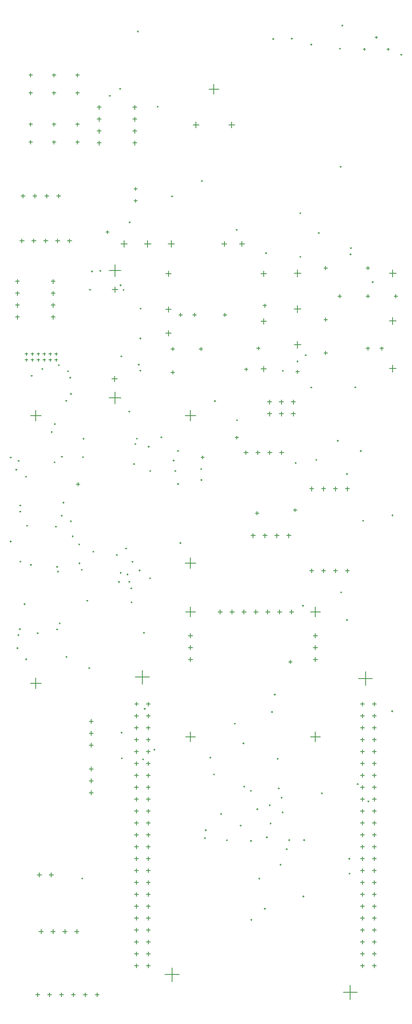
<source format=gbr>
G04 Layer_Color=128*
%FSLAX26Y26*%
%MOIN*%
%TF.FileFunction,Drillmap*%
%TF.Part,Single*%
G01*
G75*
%TA.AperFunction,NonConductor*%
%ADD195C,0.005000*%
D195*
X1792284Y870000D02*
X1827716Y870000D01*
X1810000Y852284D02*
X1810000Y887716D01*
X1892284Y870000D02*
X1927716Y870000D01*
X1910000Y852284D02*
X1910000Y887716D01*
X1992284Y870000D02*
X2027716Y870000D01*
X2010000Y852284D02*
X2010000Y887716D01*
X2092284Y870000D02*
X2127716Y870000D01*
X2110000Y852284D02*
X2110000Y887716D01*
X2292284Y870000D02*
X2327716Y870000D01*
X2310000Y852284D02*
X2310000Y887716D01*
X2392284Y870000D02*
X2427716Y870000D01*
X2410000Y852284D02*
X2410000Y887716D01*
X2192284Y870000D02*
X2227716Y870000D01*
X2210000Y852284D02*
X2210000Y887716D01*
X707284Y-450000D02*
X742716Y-450000D01*
X725000Y-467716D02*
X725000Y-432284D01*
X707284Y-550000D02*
X742716Y-550000D01*
X725000Y-567716D02*
X725000Y-532284D01*
X707284Y-650000D02*
X742716Y-650000D01*
X725000Y-667716D02*
X725000Y-632284D01*
X707284Y-50000D02*
X742716Y-50000D01*
X725000Y-67716D02*
X725000Y-32283D01*
X707284Y-150000D02*
X742716Y-150000D01*
X725000Y-167716D02*
X725000Y-132284D01*
X707284Y-250000D02*
X742716Y-250000D01*
X725000Y-267716D02*
X725000Y-232284D01*
X272286Y-1340000D02*
X307719Y-1340000D01*
X290002Y-1357716D02*
X290002Y-1322284D01*
X372286Y-1340000D02*
X407719Y-1340000D01*
X390002Y-1357716D02*
X390002Y-1322284D01*
X1542284Y670000D02*
X1577716Y670000D01*
X1560000Y652284D02*
X1560000Y687716D01*
X1542284Y570000D02*
X1577716Y570000D01*
X1560000Y552284D02*
X1560000Y587716D01*
X1542284Y470000D02*
X1577716Y470000D01*
X1560000Y452284D02*
X1560000Y487716D01*
X2592284Y670000D02*
X2627716Y670000D01*
X2610000Y652284D02*
X2610000Y687716D01*
X2592284Y570000D02*
X2627716Y570000D01*
X2610000Y552284D02*
X2610000Y587716D01*
X2592284Y470000D02*
X2627716Y470000D01*
X2610000Y452284D02*
X2610000Y487716D01*
X1517500Y870000D02*
X1602500Y870000D01*
X1560000Y827500D02*
X1560000Y912500D01*
X2567500Y-180000D02*
X2652500Y-180000D01*
X2610000Y-222500D02*
X2610000Y-137500D01*
X2567500Y870000D02*
X2652500Y870000D01*
X2610000Y827500D02*
X2610000Y912500D01*
X1517500Y-180000D02*
X1602500Y-180000D01*
X1560000Y-222500D02*
X1560000Y-137500D01*
X215000Y2520000D02*
X305000Y2520000D01*
X260000Y2475000D02*
X260000Y2565000D01*
X1515000Y2520000D02*
X1605000Y2520000D01*
X1560000Y2475000D02*
X1560000Y2565000D01*
X215000Y270000D02*
X305000Y270000D01*
X260000Y225000D02*
X260000Y315000D01*
X1515000Y1280000D02*
X1605000Y1280000D01*
X1560000Y1235000D02*
X1560000Y1325000D01*
X2843561Y-2327984D02*
X2961671Y-2327984D01*
X2902616Y-2387039D02*
X2902616Y-2268929D01*
X1346615Y-2179410D02*
X1464725Y-2179410D01*
X1405670Y-2238465D02*
X1405670Y-2120355D01*
X1096615Y320590D02*
X1214725Y320590D01*
X1155670Y261535D02*
X1155670Y379645D01*
X2971513Y309810D02*
X3089623Y309810D01*
X3030568Y250755D02*
X3030568Y368865D01*
X1370527Y3963748D02*
X1425645Y3963748D01*
X1398086Y3936189D02*
X1398086Y3991307D01*
X1971708Y3963748D02*
X2015015Y3963748D01*
X1993362Y3942095D02*
X1993362Y3985401D01*
X1822890Y3963748D02*
X1866197Y3963748D01*
X1844544Y3942095D02*
X1844544Y3985401D01*
X973677Y3963748D02*
X1028795Y3963748D01*
X1001236Y3936189D02*
X1001236Y3991307D01*
X1172103Y3963748D02*
X1227221Y3963748D01*
X1199662Y3936189D02*
X1199662Y3991307D01*
X1396394Y2883550D02*
X1426394Y2883550D01*
X1411394Y2868550D02*
X1411394Y2898550D01*
X1396394Y3080402D02*
X1426394Y3080402D01*
X1411394Y3065402D02*
X1411394Y3095402D01*
X1632614Y3080402D02*
X1662614Y3080402D01*
X1647614Y3065402D02*
X1647614Y3095402D01*
X1578560Y3365992D02*
X1608560Y3365992D01*
X1593560Y3350992D02*
X1593560Y3380992D01*
X1460450Y3365992D02*
X1490450Y3365992D01*
X1475450Y3350992D02*
X1475450Y3380992D01*
X1834464Y3365992D02*
X1864464Y3365992D01*
X1849464Y3350992D02*
X1849464Y3380992D01*
X2169110Y3444732D02*
X2199110Y3444732D01*
X2184110Y3429732D02*
X2184110Y3459732D01*
X2680922Y3759692D02*
X2710922Y3759692D01*
X2695922Y3744692D02*
X2695922Y3774692D01*
X3035252Y3759692D02*
X3065252Y3759692D01*
X3050252Y3744692D02*
X3050252Y3774692D01*
X3271472Y3523472D02*
X3301472Y3523472D01*
X3286472Y3508472D02*
X3286472Y3538472D01*
X3035252Y3523472D02*
X3065252Y3523472D01*
X3050252Y3508472D02*
X3050252Y3538472D01*
X2799032Y3523472D02*
X2829032Y3523472D01*
X2814032Y3508472D02*
X2814032Y3538472D01*
X2680922Y3326622D02*
X2710922Y3326622D01*
X2695922Y3311622D02*
X2695922Y3341622D01*
X2444702Y2888550D02*
X2474702Y2888550D01*
X2459702Y2873550D02*
X2459702Y2903550D01*
X2680922Y3046032D02*
X2710922Y3046032D01*
X2695922Y3031032D02*
X2695922Y3061032D01*
X3035252Y3085402D02*
X3065252Y3085402D01*
X3050252Y3070402D02*
X3050252Y3100402D01*
X3153364Y3085402D02*
X3183364Y3085402D01*
X3168364Y3070402D02*
X3168364Y3100402D01*
X256943Y-2347670D02*
X292377Y-2347670D01*
X274660Y-2365387D02*
X274660Y-2329954D01*
X356943Y-2347670D02*
X392377Y-2347670D01*
X374660Y-2365387D02*
X374660Y-2329954D01*
X456943Y-2347670D02*
X492377Y-2347670D01*
X474660Y-2365387D02*
X474660Y-2329954D01*
X556943Y-2347670D02*
X592376Y-2347670D01*
X574660Y-2365387D02*
X574660Y-2329954D01*
X656943Y-2347670D02*
X692376Y-2347670D01*
X674660Y-2365387D02*
X674660Y-2329954D01*
X756943Y-2347670D02*
X792376Y-2347670D01*
X774660Y-2365387D02*
X774660Y-2329954D01*
X1085685Y4424770D02*
X1113244Y4424770D01*
X1099464Y4410990D02*
X1099464Y4438550D01*
X1085685Y4324770D02*
X1113244Y4324770D01*
X1099464Y4310990D02*
X1099464Y4338550D01*
X774269Y5111386D02*
X809702Y5111386D01*
X791986Y5093669D02*
X791986Y5129102D01*
X774269Y5011386D02*
X809702Y5011386D01*
X791986Y4993669D02*
X791986Y5029102D01*
X774269Y4911386D02*
X809702Y4911386D01*
X791986Y4893669D02*
X791986Y4929102D01*
X774269Y4811386D02*
X809702Y4811386D01*
X791986Y4793669D02*
X791986Y4829102D01*
X1074270Y5111386D02*
X1109703Y5111386D01*
X1091986Y5093669D02*
X1091986Y5129102D01*
X1074270Y5011386D02*
X1109703Y5011386D01*
X1091986Y4993669D02*
X1091986Y5029102D01*
X1074270Y4911386D02*
X1109703Y4911386D01*
X1091986Y4893669D02*
X1091986Y4929102D01*
X1074270Y4811386D02*
X1109703Y4811386D01*
X1091986Y4793669D02*
X1091986Y4829102D01*
X87263Y3648196D02*
X122697Y3648196D01*
X104980Y3630479D02*
X104980Y3665912D01*
X87263Y3548196D02*
X122697Y3548196D01*
X104980Y3530479D02*
X104980Y3565912D01*
X87263Y3448196D02*
X122697Y3448196D01*
X104980Y3430479D02*
X104980Y3465912D01*
X87263Y3348196D02*
X122697Y3348196D01*
X104980Y3330479D02*
X104980Y3365912D01*
X387264Y3648196D02*
X422697Y3648196D01*
X404980Y3630479D02*
X404980Y3665912D01*
X387264Y3548196D02*
X422697Y3548196D01*
X404980Y3530479D02*
X404980Y3565912D01*
X387264Y3448196D02*
X422697Y3448196D01*
X404980Y3430479D02*
X404980Y3465912D01*
X387264Y3348196D02*
X422697Y3348196D01*
X404980Y3330479D02*
X404980Y3365912D01*
X3230175Y3715322D02*
X3289229Y3715322D01*
X3259702Y3685794D02*
X3259702Y3744849D01*
X3230175Y3315322D02*
X3289229Y3315322D01*
X3259702Y3285794D02*
X3259702Y3344849D01*
X3230175Y2915322D02*
X3289229Y2915322D01*
X3259702Y2885794D02*
X3259702Y2944849D01*
X2430175Y3715322D02*
X2489229Y3715322D01*
X2459702Y3685794D02*
X2459702Y3744849D01*
X2430175Y3115322D02*
X2489229Y3115322D01*
X2459702Y3085794D02*
X2459702Y3144849D01*
X2430175Y3415322D02*
X2489229Y3415322D01*
X2459702Y3385794D02*
X2459702Y3444849D01*
X594308Y4817684D02*
X624308Y4817684D01*
X609308Y4802684D02*
X609308Y4832684D01*
X594308Y4967290D02*
X624308Y4967290D01*
X609308Y4952290D02*
X609308Y4982290D01*
X397458Y4817684D02*
X427458Y4817684D01*
X412458Y4802684D02*
X412458Y4832684D01*
X397458Y4967290D02*
X427458Y4967290D01*
X412458Y4952290D02*
X412458Y4982290D01*
X397458Y5231070D02*
X427458Y5231070D01*
X412458Y5216070D02*
X412458Y5246070D01*
X397458Y5380676D02*
X427458Y5380676D01*
X412458Y5365676D02*
X412458Y5395676D01*
X200608Y4817684D02*
X230608Y4817684D01*
X215608Y4802684D02*
X215608Y4832684D01*
X200608Y4967290D02*
X230608Y4967290D01*
X215608Y4952290D02*
X215608Y4982290D01*
X200608Y5231070D02*
X230608Y5231070D01*
X215608Y5216070D02*
X215608Y5246070D01*
X200608Y5380676D02*
X230608Y5380676D01*
X215608Y5365676D02*
X215608Y5395676D01*
X594308Y5231070D02*
X624308Y5231070D01*
X609308Y5216070D02*
X609308Y5246070D01*
X594308Y5380676D02*
X624308Y5380676D01*
X609308Y5365676D02*
X609308Y5395676D01*
X1581300Y4963590D02*
X1631300Y4963590D01*
X1606300Y4938590D02*
X1606300Y4988590D01*
X1881300Y4963590D02*
X1931300Y4963590D01*
X1906300Y4938590D02*
X1906300Y4988590D01*
X1715300Y5263590D02*
X1797300Y5263590D01*
X1756300Y5222590D02*
X1756300Y5304590D01*
X225648Y3988748D02*
X261080Y3988748D01*
X243364Y3971032D02*
X243364Y4006465D01*
X325647Y3988748D02*
X361080Y3988748D01*
X343364Y3971032D02*
X343364Y4006465D01*
X425647Y3988748D02*
X461080Y3988748D01*
X443364Y3971032D02*
X443364Y4006465D01*
X525648Y3988748D02*
X561081Y3988748D01*
X543364Y3971032D02*
X543364Y4006465D01*
X125647Y3988748D02*
X161081Y3988748D01*
X143364Y3971032D02*
X143364Y4006465D01*
X2860095Y1215322D02*
X2895528Y1215322D01*
X2877812Y1197605D02*
X2877812Y1233039D01*
X2760095Y1215322D02*
X2795528Y1215322D01*
X2777812Y1197605D02*
X2777812Y1233039D01*
X2660095Y1215322D02*
X2695528Y1215322D01*
X2677812Y1197605D02*
X2677812Y1233039D01*
X2560095Y1215322D02*
X2595528Y1215322D01*
X2577812Y1197605D02*
X2577812Y1233039D01*
X285884Y-1817158D02*
X321317Y-1817158D01*
X303600Y-1834874D02*
X303600Y-1799441D01*
X385884Y-1817158D02*
X421317Y-1817158D01*
X403600Y-1834874D02*
X403600Y-1799441D01*
X485884Y-1817158D02*
X521317Y-1817158D01*
X503600Y-1834874D02*
X503600Y-1799441D01*
X585884Y-1817158D02*
X621317Y-1817158D01*
X603600Y-1834874D02*
X603600Y-1799441D01*
X134112Y4364928D02*
X169544Y4364928D01*
X151828Y4347212D02*
X151828Y4382645D01*
X234112Y4364928D02*
X269545Y4364928D01*
X251828Y4347212D02*
X251828Y4382645D01*
X334111Y4364928D02*
X369545Y4364928D01*
X351828Y4347212D02*
X351828Y4382645D01*
X434111Y4364928D02*
X469545Y4364928D01*
X451828Y4347212D02*
X451828Y4382645D01*
X2860095Y1904298D02*
X2895528Y1904298D01*
X2877812Y1886582D02*
X2877812Y1922014D01*
X2760095Y1904298D02*
X2795528Y1904298D01*
X2777812Y1886582D02*
X2777812Y1922014D01*
X2660095Y1904298D02*
X2695528Y1904298D01*
X2677812Y1886582D02*
X2677812Y1922014D01*
X2560095Y1904298D02*
X2595528Y1904298D01*
X2577812Y1886582D02*
X2577812Y1922014D01*
X2308914Y2209416D02*
X2344347Y2209416D01*
X2326630Y2191700D02*
X2326630Y2227133D01*
X2208914Y2209416D02*
X2244347Y2209416D01*
X2226630Y2191700D02*
X2226630Y2227133D01*
X2108914Y2209416D02*
X2144347Y2209416D01*
X2126630Y2191700D02*
X2126630Y2227133D01*
X2008914Y2209416D02*
X2044347Y2209416D01*
X2026630Y2191700D02*
X2026630Y2227133D01*
X2367970Y1510598D02*
X2403403Y1510598D01*
X2385686Y1492881D02*
X2385686Y1528314D01*
X2267970Y1510598D02*
X2303403Y1510598D01*
X2285686Y1492881D02*
X2285686Y1528314D01*
X2167970Y1510598D02*
X2203403Y1510598D01*
X2185686Y1492881D02*
X2185686Y1528314D01*
X2067970Y1510598D02*
X2103403Y1510598D01*
X2085686Y1492881D02*
X2085686Y1528314D01*
X3011300Y5597590D02*
X3031300Y5597590D01*
X3021300Y5587590D02*
X3021300Y5607590D01*
X3211300Y5597590D02*
X3231300Y5597590D01*
X3221300Y5587590D02*
X3221300Y5607590D01*
X3111300Y5697590D02*
X3131300Y5697590D01*
X3121300Y5687590D02*
X3121300Y5707590D01*
X2205765Y2634220D02*
X2241198Y2634220D01*
X2223482Y2616503D02*
X2223482Y2651936D01*
X2305765Y2634220D02*
X2341198Y2634220D01*
X2323482Y2616503D02*
X2323482Y2651936D01*
X2405765Y2634220D02*
X2441198Y2634220D01*
X2423482Y2616503D02*
X2423482Y2651936D01*
X2405765Y2534220D02*
X2441198Y2534220D01*
X2423482Y2516503D02*
X2423482Y2551936D01*
X2305765Y2534220D02*
X2341198Y2534220D01*
X2323482Y2516503D02*
X2323482Y2551936D01*
X2205765Y2534220D02*
X2241198Y2534220D01*
X2223482Y2516503D02*
X2223482Y2551936D01*
X2150646Y2911780D02*
X2197890Y2911780D01*
X2174268Y2888158D02*
X2174268Y2935402D01*
X2150646Y3711780D02*
X2197890Y3711780D01*
X2174268Y3688158D02*
X2174268Y3735402D01*
X1350646Y3211780D02*
X1397890Y3211780D01*
X1374268Y3188158D02*
X1374268Y3235402D01*
X1350646Y3411780D02*
X1397890Y3411780D01*
X1374268Y3388158D02*
X1374268Y3435402D01*
X1350646Y3711780D02*
X1397890Y3711780D01*
X1374268Y3688158D02*
X1374268Y3735402D01*
X2150646Y3311780D02*
X2197890Y3311780D01*
X2174268Y3288158D02*
X2174268Y3335402D01*
X899168Y2829212D02*
X946168Y2829212D01*
X922668Y2805712D02*
X922668Y2852712D01*
X900768Y3577812D02*
X947768Y3577812D01*
X924268Y3554312D02*
X924268Y3601312D01*
X874268Y3739712D02*
X974268Y3739712D01*
X924268Y3689712D02*
X924268Y3789712D01*
X874268Y2667312D02*
X974268Y2667312D01*
X924268Y2617312D02*
X924268Y2717312D01*
X419788Y3038158D02*
X442056Y3038158D01*
X430922Y3027024D02*
X430922Y3049292D01*
X369788Y3038158D02*
X392056Y3038158D01*
X380922Y3027024D02*
X380922Y3049292D01*
X319788Y3038158D02*
X342056Y3038158D01*
X330922Y3027024D02*
X330922Y3049292D01*
X269788Y3038158D02*
X292056Y3038158D01*
X280922Y3027024D02*
X280922Y3049292D01*
X219788Y3038158D02*
X242056Y3038158D01*
X230922Y3027024D02*
X230922Y3049292D01*
X169788Y3038158D02*
X192056Y3038158D01*
X180922Y3027024D02*
X180922Y3049292D01*
X419788Y2988158D02*
X442056Y2988158D01*
X430922Y2977024D02*
X430922Y2999292D01*
X319788Y2988158D02*
X342056Y2988158D01*
X330922Y2977024D02*
X330922Y2999292D01*
X169788Y2988158D02*
X192056Y2988158D01*
X180922Y2977024D02*
X180922Y2999292D01*
X269788Y2988158D02*
X292056Y2988158D01*
X280922Y2977024D02*
X280922Y2999292D01*
X219788Y2988158D02*
X242056Y2988158D01*
X230922Y2977024D02*
X230922Y2999292D01*
X369788Y2988158D02*
X392056Y2988158D01*
X380922Y2977024D02*
X380922Y2999292D01*
X1090670Y95590D02*
X1120670Y95590D01*
X1105670Y80590D02*
X1105670Y110590D01*
X2989922Y-2104410D02*
X3021418Y-2104410D01*
X3005670Y-2120158D02*
X3005670Y-2088662D01*
X2989922Y-2004410D02*
X3021418Y-2004410D01*
X3005670Y-2020158D02*
X3005670Y-1988662D01*
X2989922Y-1904410D02*
X3021418Y-1904410D01*
X3005670Y-1920158D02*
X3005670Y-1888662D01*
X2989922Y-1804410D02*
X3021418Y-1804410D01*
X3005670Y-1820158D02*
X3005670Y-1788662D01*
X2989922Y-1704410D02*
X3021418Y-1704410D01*
X3005670Y-1720158D02*
X3005670Y-1688662D01*
X2989922Y-1604410D02*
X3021418Y-1604410D01*
X3005670Y-1620158D02*
X3005670Y-1588662D01*
X2989922Y-1504410D02*
X3021418Y-1504410D01*
X3005670Y-1520158D02*
X3005670Y-1488662D01*
X2989922Y-1404410D02*
X3021418Y-1404410D01*
X3005670Y-1420158D02*
X3005670Y-1388662D01*
X2989922Y-1304410D02*
X3021418Y-1304410D01*
X3005670Y-1320158D02*
X3005670Y-1288662D01*
X2989922Y-1204410D02*
X3021418Y-1204410D01*
X3005670Y-1220158D02*
X3005670Y-1188662D01*
X2989922Y-1104410D02*
X3021418Y-1104410D01*
X3005670Y-1120158D02*
X3005670Y-1088662D01*
X2989922Y-1004410D02*
X3021418Y-1004410D01*
X3005670Y-1020158D02*
X3005670Y-988662D01*
X2989922Y-904410D02*
X3021418Y-904410D01*
X3005670Y-920158D02*
X3005670Y-888662D01*
X2989922Y-804410D02*
X3021418Y-804410D01*
X3005670Y-820158D02*
X3005670Y-788662D01*
X2989922Y-704410D02*
X3021418Y-704410D01*
X3005670Y-720158D02*
X3005670Y-688662D01*
X2989922Y-604410D02*
X3021418Y-604410D01*
X3005670Y-620158D02*
X3005670Y-588662D01*
X2989922Y-504410D02*
X3021418Y-504410D01*
X3005670Y-520158D02*
X3005670Y-488662D01*
X2989922Y-404410D02*
X3021418Y-404410D01*
X3005670Y-420158D02*
X3005670Y-388662D01*
X2989922Y-304410D02*
X3021418Y-304410D01*
X3005670Y-320158D02*
X3005670Y-288662D01*
X2989922Y-204410D02*
X3021418Y-204410D01*
X3005670Y-220158D02*
X3005670Y-188662D01*
X2989922Y-104410D02*
X3021418Y-104410D01*
X3005670Y-120158D02*
X3005670Y-88662D01*
X2989922Y-4410D02*
X3021418Y-4410D01*
X3005670Y-20158D02*
X3005670Y11338D01*
X3089922Y-2104410D02*
X3121418Y-2104410D01*
X3105670Y-2120158D02*
X3105670Y-2088662D01*
X3089922Y-2004410D02*
X3121418Y-2004410D01*
X3105670Y-2020158D02*
X3105670Y-1988662D01*
X3089922Y-1904410D02*
X3121418Y-1904410D01*
X3105670Y-1920158D02*
X3105670Y-1888662D01*
X3089922Y-1804410D02*
X3121418Y-1804410D01*
X3105670Y-1820158D02*
X3105670Y-1788662D01*
X3089922Y-1704410D02*
X3121418Y-1704410D01*
X3105670Y-1720158D02*
X3105670Y-1688662D01*
X3089922Y-1604410D02*
X3121418Y-1604410D01*
X3105670Y-1620158D02*
X3105670Y-1588662D01*
X3089922Y-1504410D02*
X3121418Y-1504410D01*
X3105670Y-1520158D02*
X3105670Y-1488662D01*
X3089922Y-1404410D02*
X3121418Y-1404410D01*
X3105670Y-1420158D02*
X3105670Y-1388662D01*
X3089922Y-1304410D02*
X3121418Y-1304410D01*
X3105670Y-1320158D02*
X3105670Y-1288662D01*
X3089922Y-1204410D02*
X3121418Y-1204410D01*
X3105670Y-1220158D02*
X3105670Y-1188662D01*
X3089922Y-1104410D02*
X3121418Y-1104410D01*
X3105670Y-1120158D02*
X3105670Y-1088662D01*
X3089922Y-1004410D02*
X3121418Y-1004410D01*
X3105670Y-1020158D02*
X3105670Y-988662D01*
X3089922Y-904410D02*
X3121418Y-904410D01*
X3105670Y-920158D02*
X3105670Y-888662D01*
X3089922Y-804410D02*
X3121418Y-804410D01*
X3105670Y-820158D02*
X3105670Y-788662D01*
X3089922Y-704410D02*
X3121418Y-704410D01*
X3105670Y-720158D02*
X3105670Y-688662D01*
X3089922Y-604410D02*
X3121418Y-604410D01*
X3105670Y-620158D02*
X3105670Y-588662D01*
X3089922Y-504410D02*
X3121418Y-504410D01*
X3105670Y-520158D02*
X3105670Y-488662D01*
X3089922Y-404410D02*
X3121418Y-404410D01*
X3105670Y-420158D02*
X3105670Y-388662D01*
X3089922Y-304410D02*
X3121418Y-304410D01*
X3105670Y-320158D02*
X3105670Y-288662D01*
X3089922Y-204410D02*
X3121418Y-204410D01*
X3105670Y-220158D02*
X3105670Y-188662D01*
X3089922Y-104410D02*
X3121418Y-104410D01*
X3105670Y-120158D02*
X3105670Y-88662D01*
X3089922Y-4410D02*
X3121418Y-4410D01*
X3105670Y-20158D02*
X3105670Y11338D01*
X3089922Y95590D02*
X3121418Y95590D01*
X3105670Y79842D02*
X3105670Y111338D01*
X2989922Y95590D02*
X3021418Y95590D01*
X3005670Y79842D02*
X3005670Y111338D01*
X1089922Y-2104410D02*
X1121418Y-2104410D01*
X1105670Y-2120158D02*
X1105670Y-2088662D01*
X1089922Y-2004410D02*
X1121418Y-2004410D01*
X1105670Y-2020158D02*
X1105670Y-1988662D01*
X1089922Y-1904410D02*
X1121418Y-1904410D01*
X1105670Y-1920158D02*
X1105670Y-1888662D01*
X1089922Y-1804410D02*
X1121418Y-1804410D01*
X1105670Y-1820158D02*
X1105670Y-1788662D01*
X1089922Y-1704410D02*
X1121418Y-1704410D01*
X1105670Y-1720158D02*
X1105670Y-1688662D01*
X1089922Y-1604410D02*
X1121418Y-1604410D01*
X1105670Y-1620158D02*
X1105670Y-1588662D01*
X1089922Y-1504410D02*
X1121418Y-1504410D01*
X1105670Y-1520158D02*
X1105670Y-1488662D01*
X1089922Y-1404410D02*
X1121418Y-1404410D01*
X1105670Y-1420158D02*
X1105670Y-1388662D01*
X1089922Y-1304410D02*
X1121418Y-1304410D01*
X1105670Y-1320158D02*
X1105670Y-1288662D01*
X1089922Y-1204410D02*
X1121418Y-1204410D01*
X1105670Y-1220158D02*
X1105670Y-1188662D01*
X1089922Y-1104410D02*
X1121418Y-1104410D01*
X1105670Y-1120158D02*
X1105670Y-1088662D01*
X1089922Y-1004410D02*
X1121418Y-1004410D01*
X1105670Y-1020158D02*
X1105670Y-988662D01*
X1089922Y-904410D02*
X1121418Y-904410D01*
X1105670Y-920158D02*
X1105670Y-888662D01*
X1089922Y-804410D02*
X1121418Y-804410D01*
X1105670Y-820158D02*
X1105670Y-788662D01*
X1089922Y-704410D02*
X1121418Y-704410D01*
X1105670Y-720158D02*
X1105670Y-688662D01*
X1089922Y-604410D02*
X1121418Y-604410D01*
X1105670Y-620158D02*
X1105670Y-588662D01*
X1089922Y-504410D02*
X1121418Y-504410D01*
X1105670Y-520158D02*
X1105670Y-488662D01*
X1089922Y-404410D02*
X1121418Y-404410D01*
X1105670Y-420158D02*
X1105670Y-388662D01*
X1089922Y-304410D02*
X1121418Y-304410D01*
X1105670Y-320158D02*
X1105670Y-288662D01*
X1089922Y-204410D02*
X1121418Y-204410D01*
X1105670Y-220158D02*
X1105670Y-188662D01*
X1089922Y-104410D02*
X1121418Y-104410D01*
X1105670Y-120158D02*
X1105670Y-88662D01*
X1089922Y-4410D02*
X1121418Y-4410D01*
X1105670Y-20158D02*
X1105670Y11338D01*
X1189922Y-2104410D02*
X1221418Y-2104410D01*
X1205670Y-2120158D02*
X1205670Y-2088662D01*
X1189922Y-2004410D02*
X1221418Y-2004410D01*
X1205670Y-2020158D02*
X1205670Y-1988662D01*
X1189922Y-1904410D02*
X1221418Y-1904410D01*
X1205670Y-1920158D02*
X1205670Y-1888662D01*
X1189922Y-1804410D02*
X1221418Y-1804410D01*
X1205670Y-1820158D02*
X1205670Y-1788662D01*
X1189922Y-1704410D02*
X1221418Y-1704410D01*
X1205670Y-1720158D02*
X1205670Y-1688662D01*
X1189922Y-1604410D02*
X1221418Y-1604410D01*
X1205670Y-1620158D02*
X1205670Y-1588662D01*
X1189922Y-1504410D02*
X1221418Y-1504410D01*
X1205670Y-1520158D02*
X1205670Y-1488662D01*
X1189922Y-1404410D02*
X1221418Y-1404410D01*
X1205670Y-1420158D02*
X1205670Y-1388662D01*
X1189922Y-1304410D02*
X1221418Y-1304410D01*
X1205670Y-1320158D02*
X1205670Y-1288662D01*
X1189922Y-1204410D02*
X1221418Y-1204410D01*
X1205670Y-1220158D02*
X1205670Y-1188662D01*
X1189922Y-1104410D02*
X1221418Y-1104410D01*
X1205670Y-1120158D02*
X1205670Y-1088662D01*
X1189922Y-1004410D02*
X1221418Y-1004410D01*
X1205670Y-1020158D02*
X1205670Y-988662D01*
X1189922Y-904410D02*
X1221418Y-904410D01*
X1205670Y-920158D02*
X1205670Y-888662D01*
X1189922Y-804410D02*
X1221418Y-804410D01*
X1205670Y-820158D02*
X1205670Y-788662D01*
X1189922Y-704410D02*
X1221418Y-704410D01*
X1205670Y-720158D02*
X1205670Y-688662D01*
X1189922Y-604410D02*
X1221418Y-604410D01*
X1205670Y-620158D02*
X1205670Y-588662D01*
X1189922Y-504410D02*
X1221418Y-504410D01*
X1205670Y-520158D02*
X1205670Y-488662D01*
X1189922Y-404410D02*
X1221418Y-404410D01*
X1205670Y-420158D02*
X1205670Y-388662D01*
X1189922Y-304410D02*
X1221418Y-304410D01*
X1205670Y-320158D02*
X1205670Y-288662D01*
X1189922Y-204410D02*
X1221418Y-204410D01*
X1205670Y-220158D02*
X1205670Y-188662D01*
X1189922Y-104410D02*
X1221418Y-104410D01*
X1205670Y-120158D02*
X1205670Y-88662D01*
X1189922Y-4410D02*
X1221418Y-4410D01*
X1205670Y-20158D02*
X1205670Y11338D01*
X1189922Y95590D02*
X1221418Y95590D01*
X1205670Y79842D02*
X1205670Y111338D01*
X703394Y397590D02*
X715206Y397590D01*
X709300Y391685D02*
X709300Y403495D01*
X1169395Y55590D02*
X1181206Y55590D01*
X1175300Y49684D02*
X1175300Y61495D01*
X974394Y-144410D02*
X986206Y-144410D01*
X980300Y-150315D02*
X980300Y-138505D01*
X2320394Y-691410D02*
X2332206Y-691410D01*
X2326300Y-697316D02*
X2326300Y-685505D01*
X2386000Y450000D02*
X2414000Y450000D01*
X2400000Y436000D02*
X2400000Y464000D01*
X1975395Y-925410D02*
X1987206Y-925410D01*
X1981300Y-931316D02*
X1981300Y-919505D01*
X644095Y-1370000D02*
X655905Y-1370000D01*
X650000Y-1375906D02*
X650000Y-1364094D01*
X2106000Y1700000D02*
X2134000Y1700000D01*
X2120000Y1686000D02*
X2120000Y1714000D01*
X2426000Y1725290D02*
X2454000Y1725290D01*
X2440000Y1711290D02*
X2440000Y1739290D01*
X1999764Y-234410D02*
X2011575Y-234410D01*
X2005670Y-240315D02*
X2005670Y-228505D01*
X1119395Y2949590D02*
X1131206Y2949590D01*
X1125300Y2943684D02*
X1125300Y2955495D01*
X2116459Y-787638D02*
X2128269Y-787638D01*
X2122364Y-793543D02*
X2122364Y-781732D01*
X1811458Y-827638D02*
X1823270Y-827638D01*
X1817364Y-833543D02*
X1817364Y-821732D01*
X2498977Y922362D02*
X2510787Y922362D01*
X2504882Y916457D02*
X2504882Y928268D01*
X1449764Y1945590D02*
X1461575Y1945590D01*
X1455670Y1939685D02*
X1455670Y1951495D01*
X422997Y1586590D02*
X434808Y1586590D01*
X428902Y1580685D02*
X428902Y1592495D01*
X617764Y1437590D02*
X629576Y1437590D01*
X623670Y1431685D02*
X623670Y1443495D01*
X620764Y1279590D02*
X632576Y1279590D01*
X626670Y1273685D02*
X626670Y1285495D01*
X2383765Y-1048410D02*
X2395575Y-1048410D01*
X2389670Y-1054315D02*
X2389670Y-1042505D01*
X2509765Y-1047410D02*
X2521575Y-1047410D01*
X2515670Y-1053315D02*
X2515670Y-1041505D01*
X471014Y1678590D02*
X482825Y1678590D01*
X476920Y1672685D02*
X476920Y1684495D01*
X2632765Y4054590D02*
X2644575Y4054590D01*
X2638670Y4048684D02*
X2638670Y4060495D01*
X2476765Y4220590D02*
X2488575Y4220590D01*
X2482670Y4214685D02*
X2482670Y4226495D01*
X848670Y4062590D02*
X876670Y4062590D01*
X862670Y4048590D02*
X862670Y4076590D01*
X2116670Y3084590D02*
X2144670Y3084590D01*
X2130670Y3070590D02*
X2130670Y3098590D01*
X2013670Y2908590D02*
X2041670Y2908590D01*
X2027670Y2894590D02*
X2027670Y2922590D01*
X1201764Y2259590D02*
X1213575Y2259590D01*
X1207670Y2253684D02*
X1207670Y2265495D01*
X386764Y2381590D02*
X398575Y2381590D01*
X392670Y2375684D02*
X392670Y2387495D01*
X413764Y2449590D02*
X425575Y2449590D01*
X419670Y2443684D02*
X419670Y2455495D01*
X1650395Y4491590D02*
X1662206Y4491590D01*
X1656300Y4485685D02*
X1656300Y4497495D01*
X1090764Y2280590D02*
X1102575Y2280590D01*
X1096670Y2274684D02*
X1096670Y2286495D01*
X1078764Y2113590D02*
X1090575Y2113590D01*
X1084670Y2107684D02*
X1084670Y2119495D01*
X1213764Y1153590D02*
X1225575Y1153590D01*
X1219670Y1147685D02*
X1219670Y1159495D01*
X1647670Y2168590D02*
X1675670Y2168590D01*
X1661670Y2154590D02*
X1661670Y2182590D01*
X1643764Y2070590D02*
X1655575Y2070590D01*
X1649670Y2064684D02*
X1649670Y2076495D01*
X650764Y2170590D02*
X662576Y2170590D01*
X656670Y2164684D02*
X656670Y2176495D01*
X1944764Y2480590D02*
X1956575Y2480590D01*
X1950670Y2474684D02*
X1950670Y2486495D01*
X2361765Y-1123410D02*
X2373575Y-1123410D01*
X2367670Y-1129315D02*
X2367670Y-1117505D01*
X1214764Y2054590D02*
X1226575Y2054590D01*
X1220670Y2048684D02*
X1220670Y2060495D01*
X471764Y2174590D02*
X483575Y2174590D01*
X477670Y2168684D02*
X477670Y2180495D01*
X107338Y675952D02*
X119150Y675952D01*
X113244Y670047D02*
X113244Y681857D01*
X88764Y2065590D02*
X100576Y2065590D01*
X94670Y2059684D02*
X94670Y2071495D01*
X1935670Y2334590D02*
X1963670Y2334590D01*
X1949670Y2320590D02*
X1949670Y2348590D01*
X123764Y1293590D02*
X135576Y1293590D01*
X129670Y1287685D02*
X129670Y1299495D01*
X2226765Y-907410D02*
X2238575Y-907410D01*
X2232670Y-913316D02*
X2232670Y-901505D01*
X1278089Y5116896D02*
X1289899Y5116896D01*
X1283994Y5110990D02*
X1283994Y5122801D01*
X173394Y471590D02*
X185206Y471590D01*
X179300Y465685D02*
X179300Y477495D01*
X1038395Y1123590D02*
X1050206Y1123590D01*
X1044300Y1117685D02*
X1044300Y1129495D01*
X2004395Y-597410D02*
X2016206Y-597410D01*
X2010300Y-603316D02*
X2010300Y-591505D01*
X2657552Y-655252D02*
X2669363Y-655252D01*
X2663458Y-661158D02*
X2663458Y-649346D01*
X2287394Y-364410D02*
X2299206Y-364410D01*
X2293300Y-370315D02*
X2293300Y-358505D01*
X508394Y2644598D02*
X520206Y2644598D01*
X514300Y2638693D02*
X514300Y2650503D01*
X991198Y3576590D02*
X1003010Y3576590D01*
X997104Y3570684D02*
X997104Y3582495D01*
X1133395Y2897590D02*
X1145206Y2897590D01*
X1139300Y2891684D02*
X1139300Y2903495D01*
X2868394Y2029590D02*
X2880206Y2029590D01*
X2874300Y2023685D02*
X2874300Y2035495D01*
X524394Y2893590D02*
X536206Y2893590D01*
X530300Y2887684D02*
X530300Y2899495D01*
X977394Y-359756D02*
X989206Y-359756D01*
X983300Y-365661D02*
X983300Y-353851D01*
X542674Y2838030D02*
X554486Y2838030D01*
X548580Y2832124D02*
X548580Y2843936D01*
X108394Y2140520D02*
X120206Y2140520D01*
X114300Y2134615D02*
X114300Y2146425D01*
X171394Y2006590D02*
X183206Y2006590D01*
X177300Y2000685D02*
X177300Y2012495D01*
X3004394Y1636590D02*
X3016206Y1636590D01*
X3010300Y1630685D02*
X3010300Y1642495D01*
X2959394Y-576410D02*
X2971206Y-576410D01*
X2965300Y-582316D02*
X2965300Y-570505D01*
X2061394Y-633410D02*
X2073206Y-633410D01*
X2067300Y-639316D02*
X2067300Y-627505D01*
X2196394Y-1025088D02*
X2208206Y-1025088D01*
X2202300Y-1030994D02*
X2202300Y-1019183D01*
X2898394Y3875590D02*
X2910206Y3875590D01*
X2904300Y3869684D02*
X2904300Y3881495D01*
X447394Y2944590D02*
X459205Y2944590D01*
X453300Y2938684D02*
X453300Y2950495D01*
X213394Y1265338D02*
X225206Y1265338D01*
X219300Y1259432D02*
X219300Y1271244D01*
X962394Y5266504D02*
X974206Y5266504D01*
X968300Y5260599D02*
X968300Y5272409D01*
X2611394Y2147590D02*
X2623206Y2147590D01*
X2617300Y2141684D02*
X2617300Y2153495D01*
X2453796Y2975590D02*
X2465608Y2975590D01*
X2459702Y2969684D02*
X2459702Y2981495D01*
X411394Y2127590D02*
X423205Y2127590D01*
X417300Y2121684D02*
X417300Y2133495D01*
X966394Y3615590D02*
X978206Y3615590D01*
X972300Y3609684D02*
X972300Y3621495D01*
X599670Y1943590D02*
X627670Y1943590D01*
X613670Y1929590D02*
X613670Y1957590D01*
X1163395Y694590D02*
X1175206Y694590D01*
X1169300Y688684D02*
X1169300Y700495D01*
X1103764Y2326590D02*
X1115575Y2326590D01*
X1109670Y2320684D02*
X1109670Y2332495D01*
X98394Y565590D02*
X110206Y565590D01*
X104300Y559684D02*
X104300Y571495D01*
X1943395Y4080590D02*
X1955206Y4080590D01*
X1949300Y4074684D02*
X1949300Y4086495D01*
X2890394Y-1329410D02*
X2902206Y-1329410D01*
X2896300Y-1335315D02*
X2896300Y-1323505D01*
X2888740Y-1204756D02*
X2900552Y-1204756D01*
X2894646Y-1210661D02*
X2894646Y-1198851D01*
X1057851Y950590D02*
X1069661Y950590D01*
X1063756Y944684D02*
X1063756Y956495D01*
X2869394Y802590D02*
X2881206Y802590D01*
X2875300Y796684D02*
X2875300Y808495D01*
X511394Y491590D02*
X523206Y491590D01*
X517300Y485685D02*
X517300Y497495D01*
X1398395Y4363188D02*
X1410206Y4363188D01*
X1404300Y4357283D02*
X1404300Y4369093D01*
X3325394Y5553590D02*
X3337206Y5553590D01*
X3331300Y5547685D02*
X3331300Y5559495D01*
X3251394Y1681858D02*
X3263206Y1681858D01*
X3257300Y1675953D02*
X3257300Y1687764D01*
X2568765Y2756590D02*
X2580575Y2756590D01*
X2574670Y2750684D02*
X2574670Y2762495D01*
X2568765Y5638590D02*
X2580575Y5638590D01*
X2574670Y5632685D02*
X2574670Y5644495D01*
X2330765Y2896590D02*
X2342575Y2896590D01*
X2336670Y2890684D02*
X2336670Y2902495D01*
X2406552Y5689732D02*
X2418363Y5689732D01*
X2412458Y5683827D02*
X2412458Y5695637D01*
X2939765Y2757590D02*
X2951575Y2757590D01*
X2945670Y2751684D02*
X2945670Y2763495D01*
X2249073Y5685794D02*
X2260883Y5685794D01*
X2254978Y5679889D02*
X2254978Y5691699D01*
X2310097Y-1255152D02*
X2321907Y-1255152D01*
X2316002Y-1261057D02*
X2316002Y-1249246D01*
X2131394Y-1371410D02*
X2143206Y-1371410D01*
X2137300Y-1377315D02*
X2137300Y-1365505D01*
X640764Y1224590D02*
X652576Y1224590D01*
X646670Y1218685D02*
X646670Y1230495D01*
X158520Y935794D02*
X170332Y935794D01*
X164426Y929889D02*
X164426Y941699D01*
X1751039Y-495410D02*
X1762850Y-495410D01*
X1756944Y-501315D02*
X1756944Y-489505D01*
X1154395Y-369410D02*
X1166206Y-369410D01*
X1160300Y-375315D02*
X1160300Y-363505D01*
X876394Y5207590D02*
X888206Y5207590D01*
X882300Y5201685D02*
X882300Y5213495D01*
X934764Y1349590D02*
X946576Y1349590D01*
X940670Y1343685D02*
X940670Y1355495D01*
X1012764Y1403590D02*
X1024575Y1403590D01*
X1018670Y1397685D02*
X1018670Y1409495D01*
X1468395Y1449590D02*
X1480206Y1449590D01*
X1474300Y1443685D02*
X1474300Y1455495D01*
X563442Y1505994D02*
X575254Y1505994D01*
X569348Y1500089D02*
X569348Y1511899D01*
X1674268Y-1030740D02*
X1686080Y-1030740D01*
X1680174Y-1036646D02*
X1680174Y-1024834D01*
X1860764Y-1049410D02*
X1872575Y-1049410D01*
X1866670Y-1055315D02*
X1866670Y-1043505D01*
X2327812Y-814206D02*
X2339624Y-814206D01*
X2333718Y-820111D02*
X2333718Y-808301D01*
X431764Y723590D02*
X443575Y723590D01*
X437670Y717684D02*
X437670Y729495D01*
X180764Y1594590D02*
X192576Y1594590D01*
X186670Y1588685D02*
X186670Y1600495D01*
X952812Y1121818D02*
X964624Y1121818D01*
X958718Y1115912D02*
X958718Y1127724D01*
X2296316Y-613418D02*
X2308128Y-613418D01*
X2302222Y-619323D02*
X2302222Y-607513D01*
X2061765Y-1054410D02*
X2073575Y-1054410D01*
X2067670Y-1060315D02*
X2067670Y-1048505D01*
X2064394Y-1717748D02*
X2076206Y-1717748D01*
X2070300Y-1723653D02*
X2070300Y-1711842D01*
X3086394Y3641590D02*
X3098206Y3641590D01*
X3092300Y3635684D02*
X3092300Y3647495D01*
X2816001Y4610992D02*
X2827811Y4610992D01*
X2821906Y4605087D02*
X2821906Y4616898D01*
X2901765Y3927590D02*
X2913575Y3927590D01*
X2907670Y3921684D02*
X2907670Y3933495D01*
X2438048Y2122802D02*
X2449860Y2122802D01*
X2443954Y2116896D02*
X2443954Y2128707D01*
X1758395Y2642590D02*
X1770206Y2642590D01*
X1764300Y2636684D02*
X1764300Y2648495D01*
X1111276Y5748786D02*
X1123088Y5748786D01*
X1117182Y5742881D02*
X1117182Y5754691D01*
X307764Y2912590D02*
X319575Y2912590D01*
X313670Y2906684D02*
X313670Y2918495D01*
X119764Y725590D02*
X131576Y725590D01*
X125670Y719684D02*
X125670Y731495D01*
X269764Y690590D02*
X281575Y690590D01*
X275670Y684684D02*
X275670Y696495D01*
X485764Y1788590D02*
X497575Y1788590D01*
X491670Y1782685D02*
X491670Y1794495D01*
X432764Y1249590D02*
X444575Y1249590D01*
X438670Y1243685D02*
X438670Y1255495D01*
X1125764Y1219590D02*
X1137575Y1219590D01*
X1131670Y1213685D02*
X1131670Y1225495D01*
X736764Y1376590D02*
X748576Y1376590D01*
X742670Y1370685D02*
X742670Y1382495D01*
X1682142Y-963812D02*
X1693954Y-963812D01*
X1688048Y-969717D02*
X1688048Y-957907D01*
X1926764Y-69410D02*
X1938575Y-69410D01*
X1932670Y-75316D02*
X1932670Y-63505D01*
X1056159Y1067684D02*
X1067969Y1067684D01*
X1062064Y1061778D02*
X1062064Y1073590D01*
X2179812Y-1624410D02*
X2191624Y-1624410D01*
X2185718Y-1630315D02*
X2185718Y-1618505D01*
X2502419Y-1520386D02*
X2514229Y-1520386D01*
X2508324Y-1526292D02*
X2508324Y-1514480D01*
X1134899Y3420046D02*
X1146709Y3420046D01*
X1140804Y3414140D02*
X1140804Y3425952D01*
X709702Y3577528D02*
X721514Y3577528D01*
X715608Y3571622D02*
X715608Y3583434D01*
X2810394Y5604590D02*
X2822206Y5604590D01*
X2816300Y5598685D02*
X2816300Y5610495D01*
X2986579Y2221478D02*
X2998390Y2221478D01*
X2992484Y2215573D02*
X2992484Y2227383D01*
X654585Y2325558D02*
X666395Y2325558D01*
X660490Y2319653D02*
X660490Y2331463D01*
X1043395Y4144590D02*
X1055206Y4144590D01*
X1049300Y4138685D02*
X1049300Y4150495D01*
X1250395Y-288410D02*
X1262206Y-288410D01*
X1256300Y-294315D02*
X1256300Y-282505D01*
X2263394Y175590D02*
X2275206Y175590D01*
X2269300Y169685D02*
X2269300Y181495D01*
X1449859Y2223196D02*
X1461669Y2223196D01*
X1455764Y2217291D02*
X1455764Y2229102D01*
X2523394Y3027802D02*
X2535206Y3027802D01*
X2529300Y3021896D02*
X2529300Y3033707D01*
X1645395Y1978590D02*
X1657206Y1978590D01*
X1651300Y1972685D02*
X1651300Y1984495D01*
X1426236Y2053906D02*
X1438047Y2053906D01*
X1432142Y2048001D02*
X1432142Y2059811D01*
X1039395Y2554590D02*
X1051206Y2554590D01*
X1045300Y2548684D02*
X1045300Y2560495D01*
X123087Y1713354D02*
X134898Y1713354D01*
X128992Y1707448D02*
X128992Y1719259D01*
X2792394Y2308590D02*
X2804206Y2308590D01*
X2798300Y2302684D02*
X2798300Y2314495D01*
X2239394Y29590D02*
X2251206Y29590D01*
X2245300Y23684D02*
X2245300Y35495D01*
X3248394Y35590D02*
X3260206Y35590D01*
X3254300Y29684D02*
X3254300Y41495D01*
X1308395Y2337590D02*
X1320206Y2337590D01*
X1314300Y2331684D02*
X1314300Y2343495D01*
X686394Y964590D02*
X698206Y964590D01*
X692300Y958684D02*
X692300Y970495D01*
X2820765Y1034590D02*
X2832575Y1034590D01*
X2826670Y1028685D02*
X2826670Y1040495D01*
X2220394Y-754410D02*
X2232206Y-754410D01*
X2226300Y-760316D02*
X2226300Y-748505D01*
X123087Y1764534D02*
X134898Y1764534D01*
X128992Y1758629D02*
X128992Y1770439D01*
X967394Y1198590D02*
X979206Y1198590D01*
X973300Y1192685D02*
X973300Y1204495D01*
X1065395Y1290590D02*
X1077206Y1290590D01*
X1071300Y1284685D02*
X1071300Y1296495D01*
X1024662Y1185794D02*
X1036474Y1185794D01*
X1030568Y1179889D02*
X1030568Y1191699D01*
X43395Y1461590D02*
X55206Y1461590D01*
X49300Y1455685D02*
X49300Y1467495D01*
X1720395Y-354410D02*
X1732206Y-354410D01*
X1726300Y-360315D02*
X1726300Y-348505D01*
X43395Y2167590D02*
X55206Y2167590D01*
X49300Y2161684D02*
X49300Y2173495D01*
X3049394Y-722410D02*
X3061206Y-722410D01*
X3055300Y-728316D02*
X3055300Y-716505D01*
X440394Y1208590D02*
X452205Y1208590D01*
X446300Y1202685D02*
X446300Y1214495D01*
X454394Y774378D02*
X466205Y774378D01*
X460300Y768472D02*
X460300Y780284D01*
X548894Y2702090D02*
X560706Y2702090D01*
X554800Y2696184D02*
X554800Y2707995D01*
X2477394Y3854590D02*
X2489206Y3854590D01*
X2483300Y3848684D02*
X2483300Y3860495D01*
X2189765Y3885590D02*
X2201575Y3885590D01*
X2195670Y3879684D02*
X2195670Y3891495D01*
X973029Y3017520D02*
X984840Y3017520D01*
X978934Y3011615D02*
X978934Y3023425D01*
X1413028Y2142520D02*
X1424840Y2142520D01*
X1418934Y2136615D02*
X1418934Y2148425D01*
X548029Y1632520D02*
X559840Y1632520D01*
X553934Y1626614D02*
X553934Y1638426D01*
X2830360Y5798280D02*
X2842171Y5798280D01*
X2836266Y5792374D02*
X2836266Y5804185D01*
X1133395Y3168590D02*
X1145206Y3168590D01*
X1139300Y3162684D02*
X1139300Y3174495D01*
X795029Y3736520D02*
X806840Y3736520D01*
X800934Y3730615D02*
X800934Y3742425D01*
X726029Y3731520D02*
X737840Y3731520D01*
X731934Y3725615D02*
X731934Y3737425D01*
X220017Y2854158D02*
X231827Y2854158D01*
X225922Y2848253D02*
X225922Y2860064D01*
%TF.MD5,04193157b5742c2af81015e9392078e0*%
M02*

</source>
